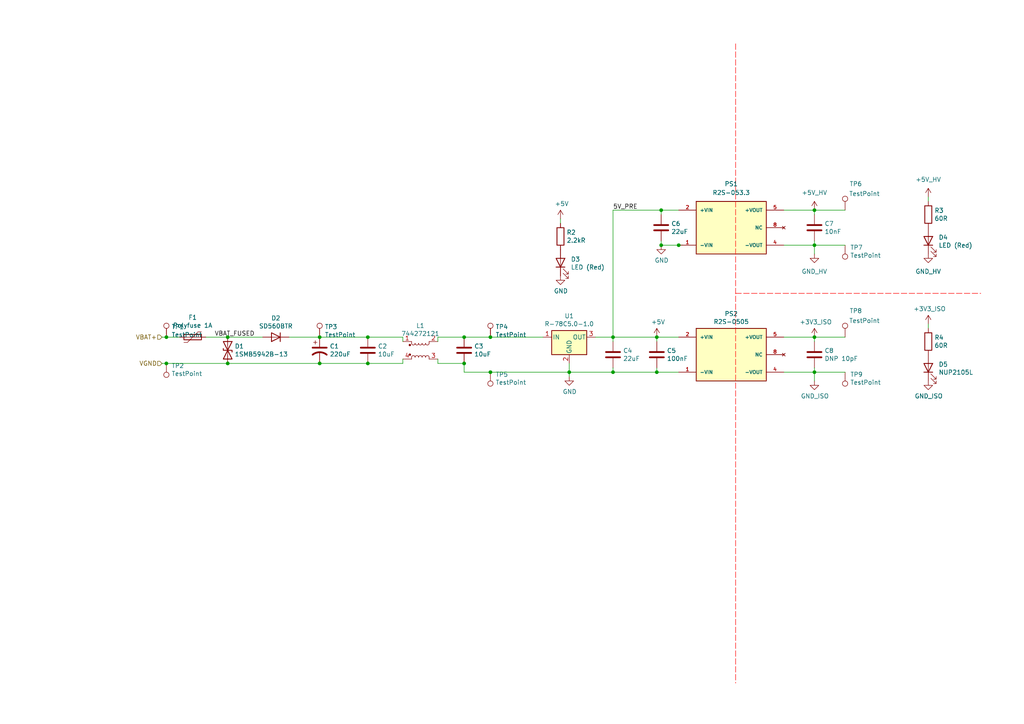
<source format=kicad_sch>
(kicad_sch (version 20211123) (generator eeschema)
  (paper "A4")
  (lib_symbols
    (symbol "+3V3_ISO_1" (power) (pin_names (offset 0))
      (property "Value" "+3V3_ISO_1" (at 0 3.556 0))
      (symbol "+3V3_ISO_1_0_1"
        (polyline (pts (xy -0.762 1.27) (xy 0 2.54)))
        (polyline (pts (xy 0 0) (xy 0 2.54)))
        (polyline (pts (xy 0 2.54) (xy 0.762 1.27)))
      )
      (symbol "+3V3_ISO_1_1_1"
        (pin power_in line (at 0 0 90) (length 0) hide (name "+3V3_ISO") (number "1"))
      )
    )
    (symbol "+3v3_iso:+3V3_ISO" (power) (pin_names (offset 0))
      (property "Value" "+3V3_ISO" (at 0 3.556 0))
      (symbol "+3V3_ISO_0_1"
        (polyline (pts (xy -0.762 1.27) (xy 0 2.54)))
        (polyline (pts (xy 0 0) (xy 0 2.54)))
        (polyline (pts (xy 0 2.54) (xy 0.762 1.27)))
      )
      (symbol "+3V3_ISO_1_1"
        (pin power_in line (at 0 0 90) (length 0) hide (name "+3V3_ISO") (number "1"))
      )
    )
    (symbol "+5v_hv:+5V_HV" (power) (pin_names (offset 0))
      (property "Value" "+5V_HV" (at 0 3.556 0))
      (symbol "+5V_HV_0_1"
        (polyline (pts (xy -0.762 1.27) (xy 0 2.54)))
        (polyline (pts (xy 0 0) (xy 0 2.54)))
        (polyline (pts (xy 0 2.54) (xy 0.762 1.27)))
      )
      (symbol "+5V_HV_1_1"
        (pin power_in line (at 0 0 90) (length 0) hide (name "+5V_HV") (number "1"))
      )
    )
    (symbol "Connector:TestPoint" (pin_numbers hide) (pin_names (offset 0.762) hide)
      (property "Reference" "TP" (at 0 6.858 0))
      (property "Value" "TestPoint" (at 0 5.08 0))
      (symbol "TestPoint_0_1"
        (circle (center 0 3.302) (radius 0.762))
      )
      (symbol "TestPoint_1_1"
        (pin passive line (at 0 0 90) (length 2.54) (name "1") (number "1"))
      )
    )
    (symbol "Device:C" (pin_numbers hide) (pin_names (offset 0.254))
      (property "Reference" "C" (at 0.635 2.54 0))
      (property "Value" "C" (at 0.635 -2.54 0))
      (symbol "C_0_1"
        (polyline (pts (xy -2.032 -0.762) (xy 2.032 -0.762)) (stroke (width 0.508)))
        (polyline (pts (xy -2.032 0.762) (xy 2.032 0.762)) (stroke (width 0.508)))
      )
      (symbol "C_1_1"
        (pin passive line (at 0 3.81 270) (length 2.794) (name "~") (number "1"))
        (pin passive line (at 0 -3.81 90) (length 2.794) (name "~") (number "2"))
      )
    )
    (symbol "Device:C_Polarized_US" (pin_numbers hide) (pin_names (offset 0.254) hide)
      (property "Reference" "C" (at 0.635 2.54 0))
      (property "Value" "C_Polarized_US" (at 0.635 -2.54 0))
      (symbol "C_Polarized_US_0_1"
        (polyline (pts (xy -2.032 0.762) (xy 2.032 0.762)) (stroke (width 0.508)))
        (polyline (pts (xy -1.778 2.286) (xy -0.762 2.286)))
        (polyline (pts (xy -1.27 1.778) (xy -1.27 2.794)))
        (arc (start 2.032 -1.27) (mid 0 -0.5572) (end -2.032 -1.27) (stroke (width 0.508)))
      )
      (symbol "C_Polarized_US_1_1"
        (pin passive line (at 0 3.81 270) (length 2.794) (name "~") (number "1"))
        (pin passive line (at 0 -3.81 90) (length 3.302) (name "~") (number "2"))
      )
    )
    (symbol "Device:D" (pin_numbers hide) (pin_names (offset 1.016) hide)
      (property "Reference" "D" (at 0 2.54 0))
      (property "Value" "D" (at 0 -2.54 0))
      (symbol "D_0_1"
        (polyline (pts (xy -1.27 1.27) (xy -1.27 -1.27)) (stroke (width 0.254)))
        (polyline (pts (xy 1.27 0) (xy -1.27 0)))
        (polyline (pts (xy 1.27 1.27) (xy 1.27 -1.27) (xy -1.27 0) (xy 1.27 1.27)) (stroke (width 0.254)))
      )
      (symbol "D_1_1"
        (pin passive line (at -3.81 0 0) (length 2.54) (name "K") (number "1"))
        (pin passive line (at 3.81 0 180) (length 2.54) (name "A") (number "2"))
      )
    )
    (symbol "Device:D_TVS" (pin_numbers hide) (pin_names (offset 1.016) hide)
      (property "Reference" "D" (at 0 2.54 0))
      (property "Value" "D_TVS" (at 0 -2.54 0))
      (symbol "D_TVS_0_1"
        (polyline (pts (xy 1.27 0) (xy -1.27 0)))
        (polyline (pts (xy 0.508 1.27) (xy 0 1.27) (xy 0 -1.27) (xy -0.508 -1.27)) (stroke (width 0.254)))
        (polyline (pts (xy -2.54 1.27) (xy -2.54 -1.27) (xy 2.54 1.27) (xy 2.54 -1.27) (xy -2.54 1.27)) (stroke (width 0.254)))
      )
      (symbol "D_TVS_1_1"
        (pin passive line (at -3.81 0 0) (length 2.54) (name "A1") (number "1"))
        (pin passive line (at 3.81 0 180) (length 2.54) (name "A2") (number "2"))
      )
    )
    (symbol "Device:LED" (pin_numbers hide) (pin_names (offset 1.016) hide)
      (property "Reference" "D" (at 0 2.54 0))
      (property "Value" "LED" (at 0 -2.54 0))
      (symbol "LED_0_1"
        (polyline (pts (xy -1.27 -1.27) (xy -1.27 1.27)) (stroke (width 0.254)))
        (polyline (pts (xy -1.27 0) (xy 1.27 0)))
        (polyline (pts (xy 1.27 -1.27) (xy 1.27 1.27) (xy -1.27 0) (xy 1.27 -1.27)) (stroke (width 0.254)))
        (polyline (pts (xy -3.048 -0.762) (xy -4.572 -2.286) (xy -3.81 -2.286) (xy -4.572 -2.286) (xy -4.572 -1.524)))
        (polyline (pts (xy -1.778 -0.762) (xy -3.302 -2.286) (xy -2.54 -2.286) (xy -3.302 -2.286) (xy -3.302 -1.524)))
      )
      (symbol "LED_1_1"
        (pin passive line (at -3.81 0 0) (length 2.54) (name "K") (number "1"))
        (pin passive line (at 3.81 0 180) (length 2.54) (name "A") (number "2"))
      )
    )
    (symbol "Device:L_Coupled_1243" (pin_names (offset 0.254) hide)
      (property "Reference" "L" (at 0 4.445 0))
      (property "Value" "L_Coupled_1243" (at 0 -4.445 0))
      (symbol "L_Coupled_1243_0_1"
        (circle (center -3.048 -1.27) (radius 0.254) (fill (type outline)))
        (circle (center -3.048 1.524) (radius 0.254) (fill (type outline)))
        (arc (start -2.54 2.032) (mid -2.032 1.524) (end -1.524 2.032))
        (arc (start -1.524 -2.032) (mid -2.032 -1.524) (end -2.54 -2.032))
        (arc (start -1.524 2.032) (mid -1.016 1.524) (end -0.508 2.032))
        (arc (start -0.508 -2.032) (mid -1.016 -1.524) (end -1.524 -2.032))
        (arc (start -0.508 2.032) (mid 0 1.524) (end 0.508 2.032))
        (polyline (pts (xy -2.54 -2.032) (xy -2.54 -2.54)))
        (polyline (pts (xy -2.54 2.032) (xy -2.54 2.54)))
        (polyline (pts (xy 2.54 -2.032) (xy 2.54 -2.54)))
        (polyline (pts (xy 2.54 2.54) (xy 2.54 2.032)))
        (arc (start 0.508 -2.032) (mid 0 -1.524) (end -0.508 -2.032))
        (arc (start 0.508 2.032) (mid 1.016 1.524) (end 1.524 2.032))
        (arc (start 1.524 -2.032) (mid 1.016 -1.524) (end 0.508 -2.032))
        (arc (start 1.524 2.032) (mid 2.032 1.524) (end 2.54 2.032))
        (arc (start 2.54 -2.032) (mid 2.032 -1.524) (end 1.524 -2.032))
      )
      (symbol "L_Coupled_1243_1_1"
        (pin passive line (at -5.08 2.54 0) (length 2.54) (name "1") (number "1"))
        (pin passive line (at 5.08 2.54 180) (length 2.54) (name "2") (number "2"))
        (pin passive line (at 5.08 -2.54 180) (length 2.54) (name "3") (number "3"))
        (pin passive line (at -5.08 -2.54 0) (length 2.54) (name "4") (number "4"))
      )
    )
    (symbol "Device:Polyfuse" (pin_numbers hide) (pin_names (offset 0))
      (property "Reference" "F" (at -2.54 0 90))
      (property "Value" "Polyfuse" (at 2.54 0 90))
      (symbol "Polyfuse_0_1"
        (rectangle (start -0.762 2.54) (end 0.762 -2.54) (stroke (width 0.254)))
        (polyline (pts (xy 0 2.54) (xy 0 -2.54)))
        (polyline (pts (xy -1.524 2.54) (xy -1.524 1.524) (xy 1.524 -1.524) (xy 1.524 -2.54)))
      )
      (symbol "Polyfuse_1_1"
        (pin passive line (at 0 3.81 270) (length 1.27) (name "~") (number "1"))
        (pin passive line (at 0 -3.81 90) (length 1.27) (name "~") (number "2"))
      )
    )
    (symbol "Device:R" (pin_numbers hide) (pin_names (offset 0))
      (property "Reference" "R" (at 2.032 0 90))
      (property "Value" "R" (at 0 0 90))
      (symbol "R_0_1"
        (rectangle (start -1.016 -2.54) (end 1.016 2.54) (stroke (width 0.254)))
      )
      (symbol "R_1_1"
        (pin passive line (at 0 3.81 270) (length 1.27) (name "~") (number "1"))
        (pin passive line (at 0 -3.81 90) (length 1.27) (name "~") (number "2"))
      )
    )
    (symbol "GND_ISO_1" (power) (pin_names (offset 0))
      (property "Value" "GND_ISO_1" (at 0 -3.81 0))
      (symbol "GND_ISO_1_0_1"
        (polyline (pts (xy 0 0) (xy 0 -1.27) (xy 1.27 -1.27) (xy 0 -2.54) (xy -1.27 -1.27) (xy 0 -1.27)))
      )
      (symbol "GND_ISO_1_1_1"
        (pin power_in line (at 0 0 270) (length 0) hide (name "GND_ISO") (number "1"))
      )
    )
    (symbol "R2S-0505:R2S-0505" (pin_names (offset 1.016))
      (property "Reference" "PS" (at -10.16 8.128 0))
      (property "Value" "R2S-0505" (at -10.16 -10.16 0))
      (symbol "R2S-0505_0_0"
        (rectangle (start -10.16 -7.62) (end 10.16 7.62) (stroke (width 0.254)) (fill (type background)))
        (pin input line (at -15.24 -5.08 0) (length 5.08) (name "-VIN") (number "1"))
        (pin input line (at -15.24 5.08 0) (length 5.08) (name "+VIN") (number "2"))
        (pin output line (at 15.24 -5.08 180) (length 5.08) (name "-VOUT") (number "4"))
        (pin output line (at 15.24 5.08 180) (length 5.08) (name "+VOUT") (number "5"))
        (pin no_connect line (at 15.24 0 180) (length 5.08) (name "NC") (number "8"))
      )
    )
    (symbol "R2S-053.3:R2S-053.3" (pin_names (offset 1.016))
      (property "Reference" "PS" (at -10.16 8.128 0))
      (property "Value" "R2S-053.3" (at -10.16 -10.16 0))
      (symbol "R2S-053.3_0_0"
        (rectangle (start -10.16 -7.62) (end 10.16 7.62) (stroke (width 0.254)) (fill (type background)))
        (pin input line (at -15.24 -5.08 0) (length 5.08) (name "-VIN") (number "1"))
        (pin input line (at -15.24 5.08 0) (length 5.08) (name "+VIN") (number "2"))
        (pin output line (at 15.24 -5.08 180) (length 5.08) (name "-VOUT") (number "4"))
        (pin output line (at 15.24 5.08 180) (length 5.08) (name "+VOUT") (number "5"))
        (pin no_connect line (at 15.24 0 180) (length 5.08) (name "NC") (number "8"))
      )
    )
    (symbol "Regulator_Switching:R-78C5.0-1.0" (pin_names (offset 0.254))
      (property "Reference" "U" (at -3.81 3.175 0))
      (property "Value" "R-78C5.0-1.0" (at 0 3.175 0))
      (symbol "R-78C5.0-1.0_0_1"
        (rectangle (start -5.08 1.905) (end 5.08 -5.08) (stroke (width 0.254)) (fill (type background)))
      )
      (symbol "R-78C5.0-1.0_1_1"
        (pin power_in line (at -7.62 0 0) (length 2.54) (name "IN") (number "1"))
        (pin power_in line (at 0 -7.62 90) (length 2.54) (name "GND") (number "2"))
        (pin power_out line (at 7.62 0 180) (length 2.54) (name "OUT") (number "3"))
      )
    )
    (symbol "gnd_hv:GND_HV" (power) (pin_names (offset 0))
      (property "Value" "GND_HV" (at 0 -3.81 0))
      (symbol "GND_HV_0_1"
        (polyline (pts (xy 0 0) (xy 0 -1.27) (xy 1.27 -1.27) (xy 0 -2.54) (xy -1.27 -1.27) (xy 0 -1.27)))
      )
      (symbol "GND_HV_1_1"
        (pin power_in line (at 0 0 270) (length 0) hide (name "GND_HV") (number "1"))
      )
    )
    (symbol "gnd_iso:GND_ISO" (power) (pin_names (offset 0))
      (property "Value" "GND_ISO" (at 0 -3.81 0))
      (symbol "GND_ISO_0_1"
        (polyline (pts (xy 0 0) (xy 0 -1.27) (xy 1.27 -1.27) (xy 0 -2.54) (xy -1.27 -1.27) (xy 0 -1.27)))
      )
      (symbol "GND_ISO_1_1"
        (pin power_in line (at 0 0 270) (length 0) hide (name "GND_ISO") (number "1"))
      )
    )
    (symbol "power:+5V" (power) (pin_names (offset 0))
      (property "Value" "+5V" (at 0 3.556 0))
      (symbol "+5V_0_1"
        (polyline (pts (xy -0.762 1.27) (xy 0 2.54)))
        (polyline (pts (xy 0 0) (xy 0 2.54)))
        (polyline (pts (xy 0 2.54) (xy 0.762 1.27)))
      )
      (symbol "+5V_1_1"
        (pin power_in line (at 0 0 90) (length 0) hide (name "+5V") (number "1"))
      )
    )
    (symbol "power:GND" (power) (pin_names (offset 0))
      (property "Value" "GND" (at 0 -3.81 0))
      (symbol "GND_0_1"
        (polyline (pts (xy 0 0) (xy 0 -1.27) (xy 1.27 -1.27) (xy 0 -2.54) (xy -1.27 -1.27) (xy 0 -1.27)))
      )
      (symbol "GND_1_1"
        (pin power_in line (at 0 0 270) (length 0) hide (name "GND") (number "1"))
      )
    )
  )
  (junction (at 196.85 71.12))
  (junction (at 106.68 97.79))
  (junction (at 92.71 97.79))
  (junction (at 236.22 71.12))
  (junction (at 191.77 71.12))
  (junction (at 92.71 105.41))
  (junction (at 48.26 97.79))
  (junction (at 134.62 105.41))
  (junction (at 236.22 97.79))
  (junction (at 190.5 107.95))
  (junction (at 142.24 107.95))
  (junction (at 48.26 105.41))
  (junction (at 177.8 107.95))
  (junction (at 165.1 107.95))
  (junction (at 106.68 105.41))
  (junction (at 236.22 60.96))
  (junction (at 236.22 107.95))
  (junction (at 66.04 97.79))
  (junction (at 190.5 97.79))
  (junction (at 142.24 97.79))
  (junction (at 134.62 97.79))
  (junction (at 177.8 97.79))
  (junction (at 191.77 60.96))
  (junction (at 66.04 105.41))
  (wire (pts (xy 48.26 97.79) (xy 52.07 97.79)))
  (wire (pts (xy 66.04 105.41) (xy 48.26 105.41)))
  (wire (pts (xy 269.24 93.98) (xy 269.24 95.25)))
  (wire (pts (xy 236.22 106.68) (xy 236.22 107.95)))
  (wire (pts (xy 245.11 107.95) (xy 236.22 107.95)))
  (wire (pts (xy 165.1 107.95) (xy 177.8 107.95)))
  (wire (pts (xy 165.1 105.41) (xy 165.1 107.95)))
  (wire (pts (xy 177.8 97.79) (xy 177.8 60.96)))
  (wire (pts (xy 191.77 60.96) (xy 191.77 62.23)))
  (wire (pts (xy 116.84 104.14) (xy 116.84 105.41)))
  (wire (pts (xy 196.85 71.12) (xy 191.77 71.12)))
  (wire (pts (xy 92.71 97.79) (xy 106.68 97.79)))
  (wire (pts (xy 191.77 71.12) (xy 191.77 69.85)))
  (wire (pts (xy 177.8 60.96) (xy 191.77 60.96)))
  (wire (pts (xy 236.22 107.95) (xy 236.22 110.49)))
  (wire (pts (xy 48.26 105.41) (xy 46.99 105.41)))
  (wire (pts (xy 134.62 97.79) (xy 127 97.79)))
  (wire (pts (xy 177.8 99.06) (xy 177.8 97.79)))
  (polyline (pts (xy 213.36 12.7) (xy 213.36 198.12)) (stroke (width 0) (color 255 0 0 1)))
  (wire (pts (xy 134.62 107.95) (xy 142.24 107.95)))
  (wire (pts (xy 92.71 105.41) (xy 106.68 105.41)))
  (wire (pts (xy 177.8 97.79) (xy 190.5 97.79)))
  (wire (pts (xy 236.22 97.79) (xy 236.22 99.06)))
  (wire (pts (xy 46.99 97.79) (xy 48.26 97.79)))
  (wire (pts (xy 236.22 60.96) (xy 236.22 62.23)))
  (wire (pts (xy 106.68 105.41) (xy 116.84 105.41)))
  (wire (pts (xy 191.77 60.96) (xy 196.85 60.96)))
  (wire (pts (xy 269.24 57.15) (xy 269.24 58.42)))
  (wire (pts (xy 157.48 97.79) (xy 142.24 97.79)))
  (wire (pts (xy 134.62 105.41) (xy 134.62 107.95)))
  (wire (pts (xy 162.56 63.5) (xy 162.56 64.77)))
  (polyline (pts (xy 213.36 85.09) (xy 284.48 85.09)) (stroke (width 0) (color 255 0 0 1)))
  (wire (pts (xy 236.22 60.96) (xy 245.11 60.96)))
  (wire (pts (xy 190.5 99.06) (xy 190.5 97.79)))
  (wire (pts (xy 190.5 97.79) (xy 196.85 97.79)))
  (wire (pts (xy 59.69 97.79) (xy 66.04 97.79)))
  (wire (pts (xy 245.11 71.12) (xy 236.22 71.12)))
  (wire (pts (xy 83.82 97.79) (xy 92.71 97.79)))
  (wire (pts (xy 127 104.14) (xy 127 105.41)))
  (wire (pts (xy 236.22 97.79) (xy 245.11 97.79)))
  (wire (pts (xy 177.8 107.95) (xy 177.8 106.68)))
  (wire (pts (xy 127 97.79) (xy 127 99.06)))
  (wire (pts (xy 227.33 71.12) (xy 236.22 71.12)))
  (wire (pts (xy 236.22 71.12) (xy 236.22 73.66)))
  (wire (pts (xy 76.2 97.79) (xy 66.04 97.79)))
  (wire (pts (xy 172.72 97.79) (xy 177.8 97.79)))
  (wire (pts (xy 190.5 107.95) (xy 196.85 107.95)))
  (wire (pts (xy 236.22 69.85) (xy 236.22 71.12)))
  (wire (pts (xy 165.1 109.22) (xy 165.1 107.95)))
  (wire (pts (xy 190.5 106.68) (xy 190.5 107.95)))
  (wire (pts (xy 236.22 97.79) (xy 227.33 97.79)))
  (wire (pts (xy 116.84 97.79) (xy 116.84 99.06)))
  (wire (pts (xy 142.24 97.79) (xy 134.62 97.79)))
  (wire (pts (xy 236.22 60.96) (xy 227.33 60.96)))
  (wire (pts (xy 127 105.41) (xy 134.62 105.41)))
  (wire (pts (xy 116.84 97.79) (xy 106.68 97.79)))
  (wire (pts (xy 66.04 105.41) (xy 92.71 105.41)))
  (wire (pts (xy 190.5 107.95) (xy 177.8 107.95)))
  (wire (pts (xy 142.24 107.95) (xy 165.1 107.95)))
  (wire (pts (xy 227.33 107.95) (xy 236.22 107.95)))
  (wire (pts (xy 198.12 71.12) (xy 196.85 71.12)))
  (label "5V_PRE" (at 177.8 60.96 0))
  (label "VBAT_FUSED" (at 62.23 97.79 0))
  (hierarchical_label "VBAT+" (shape input) (at 46.99 97.79 180))
  (hierarchical_label "VGND" (shape input) (at 46.99 105.41 180))
  (symbol (lib_id "+3v3_iso:+3V3_ISO") (at 236.22 97.79 0) (unit 1)
    (property "Reference" "#PWR09" (effects hide))
    (property "Value" "+3V3_ISO" (at 236.601 93.3958 0))
  )
  (symbol (lib_name "GND_ISO_1") (lib_id "gnd_iso:GND_ISO") (at 236.22 110.49 0) (unit 1)
    (property "Reference" "#PWR010" (effects hide))
    (property "Value" "GND_ISO" (at 236.347 114.8842 0))
  )
  (symbol (lib_id "gnd_iso:GND_ISO") (at 269.24 110.49 0) (unit 1)
    (property "Reference" "#PWR014" (effects hide))
    (property "Value" "GND_ISO" (at 269.367 114.8842 0))
  )
  (symbol (lib_id "Regulator_Switching:R-78C5.0-1.0") (at 165.1 97.79 0) (unit 1)
    (property "Reference" "U1" (at 165.1 91.6432 0))
    (property "Value" "R-78C5.0-1.0" (at 165.1 93.9546 0))
    (property "Footprint" "Converter_DCDC:Converter_DCDC_RECOM_R-78E-0.5_THT" (effects hide))
    (property "Datasheet" "https://www.recom-power.com/pdf/Innoline/R-78Cxx-1.0.pdf" (effects hide))
    (property "Part Number" "R-78C5.0-1.0" (effects hide))
    (property "Manufacturer" "RECOM" (effects hide))
    (property "Mouser Part Number" "919-R-78C5.0-1.0" (effects hide))
    (property "Mouser URL" "https://au.mouser.com/ProductDetail/RECOM-Power/R-78C50-10?qs=sGAEpiMZZMs7Ab1RACNF3AuU4LGLjBGD4EiimKouwhs%3D" (effects hide))
  )
  (symbol (lib_id "R2S-053.3:R2S-053.3") (at 212.09 102.87 0) (unit 1)
    (property "Reference" "PS2" (at 212.09 91.0082 0))
    (property "Value" "R2S-0505" (at 212.09 93.3196 0))
    (property "Footprint" "R2S-0505:CONV_R2S-0505" (effects hide))
    (property "Manufacturer" "RECOM" (effects hide))
    (property "Mouser Part Number" "919-R2S-053.3" (effects hide))
    (property "Mouser URL" "https://au.mouser.com/ProductDetail/RECOM-Power/R2S-0533?qs=XF8hdbuHJAU8%2FoDdSFUU9w%3D%3D" (effects hide))
    (property "Part Number" "919-R2S-053.3" (effects hide))
  )
  (symbol (lib_id "Device:L_Coupled_1243") (at 121.92 101.6 0) (unit 1)
    (property "Reference" "L1" (at 121.92 94.4626 0))
    (property "Value" "744272121" (at 121.92 96.774 0))
    (property "Footprint" "Inductor_SMD:L_CommonModeChoke_Wuerth_WE-SL5" (effects hide))
    (property "Part Number" "744272121" (effects hide))
    (property "Manufacturer" "Wurth" (effects hide))
    (property "Mouser Part Number" "710-744272121" (effects hide))
    (property "Mouser URL" "https://au.mouser.com/ProductDetail/Wurth-Elektronik/744272121?qs=PGXP4M47uW7bXHmb3ZYlsQ%3D%3D" (effects hide))
  )
  (symbol (lib_id "Device:C") (at 236.22 102.87 0) (unit 1)
    (property "Reference" "C8" (at 239.141 101.7016 0) (effects (justify left)))
    (property "Value" "DNP 10pF" (at 239.141 104.013 0) (effects (justify left)))
    (property "Footprint" "Capacitor_SMD:C_0603_1608Metric_Pad1.08x0.95mm_HandSolder" (effects hide))
    (property "Part Number" "-" (effects hide))
    (property "Manufacturer" "-" (effects hide))
  )
  (symbol (lib_id "Device:C") (at 177.8 102.87 0) (unit 1)
    (property "Reference" "C4" (at 180.721 101.7016 0) (effects (justify left)))
    (property "Value" "22uF" (at 180.721 104.013 0) (effects (justify left)))
    (property "Footprint" "Capacitor_SMD:C_0805_2012Metric_Pad1.18x1.45mm_HandSolder" (effects hide))
    (property "Part Number" "-" (effects hide))
    (property "Manufacturer" "-" (effects hide))
  )
  (symbol (lib_id "Device:C") (at 190.5 102.87 0) (unit 1)
    (property "Reference" "C5" (at 193.421 101.7016 0) (effects (justify left)))
    (property "Value" "100nF" (at 193.421 104.013 0) (effects (justify left)))
    (property "Footprint" "Capacitor_SMD:C_0805_2012Metric_Pad1.18x1.45mm_HandSolder" (effects hide))
    (property "Part Number" "-" (effects hide))
    (property "Manufacturer" "-" (effects hide))
  )
  (symbol (lib_id "Device:C") (at 106.68 101.6 0) (unit 1)
    (property "Reference" "C2" (at 109.601 100.4316 0) (effects (justify left)))
    (property "Value" "10uF" (at 109.601 102.743 0) (effects (justify left)))
    (property "Footprint" "Capacitor_SMD:C_0805_2012Metric_Pad1.18x1.45mm_HandSolder" (effects hide))
    (property "Part Number" "-" (effects hide))
    (property "Manufacturer" "-" (effects hide))
  )
  (symbol (lib_id "Device:C_Polarized_US") (at 92.71 101.6 0) (unit 1)
    (property "Reference" "C1" (at 95.631 100.4316 0) (effects (justify left)))
    (property "Value" "220uF" (at 95.631 102.743 0) (effects (justify left)))
    (property "Footprint" "Capacitor_SMD:CP_Elec_10x12.5" (effects hide))
    (property "Part Number" "MAL214699106E3" (effects hide))
    (property "Manufacturer" "Vishay" (effects hide))
    (property "Mouser Part Number" "594-MAL214699106E3" (effects hide))
    (property "Mouser URL" "https://au.mouser.com/ProductDetail/Vishay-BC-Components/MAL214699106E3?qs=sGAEpiMZZMtZ661ya8CuXbh6ajJyr6ISA0VT%252B8eqkqw%3D" (effects hide))
  )
  (symbol (lib_id "Device:C") (at 134.62 101.6 0) (unit 1)
    (property "Reference" "C3" (at 137.541 100.4316 0) (effects (justify left)))
    (property "Value" "10uF" (at 137.541 102.743 0) (effects (justify left)))
    (property "Footprint" "Capacitor_SMD:C_0805_2012Metric_Pad1.18x1.45mm_HandSolder" (effects hide))
    (property "Part Number" "-" (effects hide))
    (property "Manufacturer" "-" (effects hide))
  )
  (symbol (lib_id "power:GND") (at 165.1 109.22 0) (unit 1)
    (property "Reference" "#PWR04" (effects hide))
    (property "Value" "GND" (at 165.227 113.6142 0))
  )
  (symbol (lib_id "Device:D_TVS") (at 66.04 101.6 270) (unit 1)
    (property "Reference" "D1" (at 68.072 100.4316 90) (effects (justify left)))
    (property "Value" "1SMB5942B-13" (at 68.072 102.743 90) (effects (justify left)))
    (property "Footprint" "Diode_SMD:D_SMB_Handsoldering" (effects hide))
    (property "Part Number" "1SMB5942B-13" (effects hide))
    (property "Manufacturer" "Diodes Inc" (effects hide))
    (property "Mouser Part Number" "621-1SMB5942B-13" (effects hide))
    (property "Mouser URL" "https://au.mouser.com/ProductDetail/Diodes-Incorporated/1SMB5942B-13?qs=uwKJARvjadMY8LI4ZfMqKA%3D%3D" (effects hide))
  )
  (symbol (lib_id "Device:D") (at 80.01 97.79 180) (unit 1)
    (property "Reference" "D2" (at 80.01 92.2782 0))
    (property "Value" "SD560BTR" (at 80.01 94.5896 0))
    (property "Footprint" "Diode_SMD:D_SMB_Handsoldering" (effects hide))
    (property "Part Number" "SD560BTR" (effects hide))
    (property "Manufacturer" "SMC Diode Solutions" (effects hide))
    (property "Mouser Part Number" "NOT AVAILABLE!" (effects hide))
    (property "Mouser URL" "NOT AVAILABLE!" (effects hide))
  )
  (symbol (lib_id "Device:Polyfuse") (at 55.88 97.79 90) (unit 1)
    (property "Reference" "F1" (at 55.88 92.075 90))
    (property "Value" "Polyfuse 1A" (at 55.88 94.3864 90))
    (property "Footprint" "Fuse:Fuse_2920_7451Metric_Pad2.10x5.45mm_HandSolder" (effects hide))
    (property "Part Number" "0ZCF0100AF2A" (effects hide))
    (property "Manufacturer" "Littelfuse" (effects hide))
    (property "Mouser Part Number" "530-0ZCF0100AF2A" (effects hide))
    (property "Mouser URL" "https://au.mouser.com/ProductDetail/Bel-Fuse/0ZCF0100AF2A?qs=sGAEpiMZZMvShe%252BZiYheisCiVCQm%2FacC38BFZwxSYiI%3D" (effects hide))
  )
  (symbol (lib_id "Device:R") (at 269.24 99.06 0) (unit 1)
    (property "Reference" "R4" (at 271.018 97.8916 0) (effects (justify left)))
    (property "Value" "60R" (at 271.018 100.203 0) (effects (justify left)))
    (property "Footprint" "Resistor_SMD:R_0805_2012Metric_Pad1.20x1.40mm_HandSolder" (effects hide))
    (property "Part Number" "-" (effects hide))
    (property "Manufacturer" "-" (effects hide))
  )
  (symbol (lib_id "Device:R") (at 162.56 68.58 0) (unit 1)
    (property "Reference" "R2" (at 164.338 67.4116 0) (effects (justify left)))
    (property "Value" "2.2kR" (at 164.338 69.723 0) (effects (justify left)))
    (property "Footprint" "Resistor_SMD:R_0603_1608Metric_Pad0.98x0.95mm_HandSolder" (effects hide))
    (property "Part Number" "-" (effects hide))
    (property "Manufacturer" "-" (effects hide))
  )
  (symbol (lib_id "Device:LED") (at 162.56 76.2 90) (unit 1)
    (property "Reference" "D3" (at 165.5572 75.2094 90) (effects (justify right)))
    (property "Value" "LED (Red)" (at 165.5572 77.5208 90) (effects (justify right)))
    (property "Footprint" "LED_SMD:LED_0805_2012Metric_Pad1.15x1.40mm_HandSolder" (effects hide))
    (property "Manufacturer" "AMS OSRAM" (effects hide))
    (property "Mouser Part Number" "720-LSR976-NR-1" (effects hide))
    (property "Mouser URL" "https://au.mouser.com/ProductDetail/ams-OSRAM/LS-R976-NR-1-0-20-R18?qs=sGAEpiMZZMt82OzCyDsLFGbrp1fQkD8H8bij58Oys9s%3D" (effects hide))
    (property "Part Number" "LS R976-NR-1-0-20-R18" (effects hide))
  )
  (symbol (lib_id "power:GND") (at 162.56 80.01 0) (unit 1)
    (property "Reference" "#PWR03" (effects hide))
    (property "Value" "GND" (at 162.687 84.4042 0))
  )
  (symbol (lib_id "Connector:TestPoint") (at 142.24 97.79 0) (unit 1)
    (property "Reference" "TP4" (at 143.7132 94.7928 0) (effects (justify left)))
    (property "Value" "TestPoint" (at 143.7132 97.1042 0) (effects (justify left)))
    (property "Footprint" "custom:TestPoint_Pad_D1.0mm" (effects hide))
    (property "Part Number" "-" (effects hide))
    (property "Manufacturer" "-" (effects hide))
    (property "Mouser Part Number" "-" (effects hide))
    (property "Mouser URL" "-" (effects hide))
  )
  (symbol (lib_id "Connector:TestPoint") (at 92.71 97.79 0) (unit 1)
    (property "Reference" "TP3" (at 94.1832 94.7928 0) (effects (justify left)))
    (property "Value" "TestPoint" (at 94.1832 97.1042 0) (effects (justify left)))
    (property "Footprint" "custom:TestPoint_Pad_D1.0mm" (effects hide))
    (property "Part Number" "-" (effects hide))
    (property "Manufacturer" "-" (effects hide))
    (property "Mouser Part Number" "-" (effects hide))
    (property "Mouser URL" "-" (effects hide))
  )
  (symbol (lib_id "Connector:TestPoint") (at 48.26 97.79 0) (unit 1)
    (property "Reference" "TP1" (at 49.7332 94.7928 0) (effects (justify left)))
    (property "Value" "TestPoint" (at 49.7332 97.1042 0) (effects (justify left)))
    (property "Footprint" "custom:TestPoint_Pad_D1.0mm" (effects hide))
    (property "Part Number" "-" (effects hide))
    (property "Manufacturer" "-" (effects hide))
    (property "Mouser Part Number" "-" (effects hide))
    (property "Mouser URL" "-" (effects hide))
  )
  (symbol (lib_id "Connector:TestPoint") (at 48.26 105.41 180) (unit 1)
    (property "Reference" "TP2" (at 49.7332 106.0704 0) (effects (justify right)))
    (property "Value" "TestPoint" (at 49.7332 108.3818 0) (effects (justify right)))
    (property "Footprint" "custom:TestPoint_Pad_D1.0mm" (effects hide))
    (property "Part Number" "-" (effects hide))
    (property "Manufacturer" "-" (effects hide))
    (property "Mouser Part Number" "-" (effects hide))
    (property "Mouser URL" "-" (effects hide))
  )
  (symbol (lib_id "Connector:TestPoint") (at 142.24 107.95 180) (unit 1)
    (property "Reference" "TP5" (at 143.7132 108.6104 0) (effects (justify right)))
    (property "Value" "TestPoint" (at 143.7132 110.9218 0) (effects (justify right)))
    (property "Footprint" "custom:TestPoint_Pad_D1.0mm" (effects hide))
    (property "Part Number" "-" (effects hide))
    (property "Manufacturer" "-" (effects hide))
    (property "Mouser Part Number" "-" (effects hide))
    (property "Mouser URL" "-" (effects hide))
  )
  (symbol (lib_id "Connector:TestPoint") (at 245.11 97.79 0) (unit 1)
    (property "Reference" "TP8" (at 246.38 90.17 0) (effects (justify left)))
    (property "Value" "TestPoint" (at 246.253 93.0148 0) (effects (justify left)))
    (property "Footprint" "custom:TestPoint_Pad_D1.0mm" (effects hide))
    (property "Part Number" "-" (effects hide))
    (property "Manufacturer" "-" (effects hide))
    (property "Mouser Part Number" "-" (effects hide))
    (property "Mouser URL" "-" (effects hide))
  )
  (symbol (lib_id "Connector:TestPoint") (at 245.11 107.95 180) (unit 1)
    (property "Reference" "TP9" (at 246.5832 108.6104 0) (effects (justify right)))
    (property "Value" "TestPoint" (at 246.5832 110.9218 0) (effects (justify right)))
    (property "Footprint" "custom:TestPoint_Pad_D1.0mm" (effects hide))
    (property "Part Number" "-" (effects hide))
    (property "Manufacturer" "-" (effects hide))
    (property "Mouser Part Number" "-" (effects hide))
    (property "Mouser URL" "-" (effects hide))
  )
  (symbol (lib_id "power:+5V") (at 190.5 97.79 0) (unit 1)
    (property "Reference" "#PWR05" (effects hide))
    (property "Value" "+5V" (at 190.881 93.3958 0))
  )
  (symbol (lib_id "power:+5V") (at 162.56 63.5 0) (unit 1)
    (property "Reference" "#PWR02" (effects hide))
    (property "Value" "+5V" (at 162.941 59.1058 0))
  )
  (symbol (lib_id "Device:LED") (at 269.24 106.68 90) (unit 1)
    (property "Reference" "D5" (at 272.2372 105.6894 90) (effects (justify right)))
    (property "Value" "NUP2105L" (at 272.2372 108.0008 90) (effects (justify right)))
    (property "Footprint" "Package_TO_SOT_SMD:SOT-23" (effects hide))
    (property "Manufacturer" "AMS OSRAM" (effects hide))
    (property "Mouser Part Number" "720-LSR976-NR-1" (effects hide))
    (property "Mouser URL" "https://au.mouser.com/ProductDetail/ams-OSRAM/LS-R976-NR-1-0-20-R18?qs=sGAEpiMZZMt82OzCyDsLFGbrp1fQkD8H8bij58Oys9s%3D" (effects hide))
    (property "Part Number" "LS R976-NR-1-0-20-R18" (effects hide))
  )
  (symbol (lib_id "+5v_hv:+5V_HV") (at 269.24 57.15 0) (unit 1)
    (property "Reference" "#PWR011" (effects hide))
    (property "Value" "+5V_HV" (at 269.24 52.07 0))
  )
  (symbol (lib_id "power:GND") (at 191.77 71.12 0) (unit 1)
    (property "Reference" "#PWR06" (effects hide))
    (property "Value" "GND" (at 191.897 75.5142 0))
  )
  (symbol (lib_id "Device:C") (at 191.77 66.04 0) (unit 1)
    (property "Reference" "C6" (at 194.691 64.8716 0) (effects (justify left)))
    (property "Value" "22uF" (at 194.691 67.183 0) (effects (justify left)))
    (property "Footprint" "Capacitor_SMD:C_0805_2012Metric_Pad1.18x1.45mm_HandSolder" (effects hide))
    (property "Part Number" "-" (effects hide))
    (property "Manufacturer" "-" (effects hide))
  )
  (symbol (lib_id "R2S-0505:R2S-0505") (at 212.09 66.04 0) (unit 1)
    (property "Reference" "PS1" (at 212.09 53.34 0))
    (property "Value" "R2S-053.3" (at 212.09 55.88 0))
    (property "Footprint" "R2S-053.3:CONV_R2S-053.3" (effects hide))
    (property "Manufacturer" "-" (effects hide))
  )
  (symbol (lib_id "gnd_hv:GND_HV") (at 236.22 73.66 0) (unit 1)
    (property "Reference" "#PWR08" (effects hide))
    (property "Value" "GND_HV" (at 236.22 78.74 0))
  )
  (symbol (lib_id "Device:C") (at 236.22 66.04 0) (unit 1)
    (property "Reference" "C7" (at 239.141 64.8716 0) (effects (justify left)))
    (property "Value" "10nF" (at 239.141 67.183 0) (effects (justify left)))
    (property "Footprint" "Capacitor_SMD:C_0603_1608Metric_Pad1.08x0.95mm_HandSolder" (effects hide))
    (property "Part Number" "-" (effects hide))
    (property "Manufacturer" "-" (effects hide))
  )
  (symbol (lib_id "Device:LED") (at 269.24 69.85 90) (unit 1)
    (property "Reference" "D4" (at 272.2372 68.8594 90) (effects (justify right)))
    (property "Value" "LED (Red)" (at 272.2372 71.1708 90) (effects (justify right)))
    (property "Footprint" "LED_SMD:LED_0805_2012Metric_Pad1.15x1.40mm_HandSolder" (effects hide))
    (property "Manufacturer" "AMS OSRAM" (effects hide))
    (property "Mouser Part Number" "720-LSR976-NR-1" (effects hide))
    (property "Mouser URL" "https://au.mouser.com/ProductDetail/ams-OSRAM/LS-R976-NR-1-0-20-R18?qs=sGAEpiMZZMt82OzCyDsLFGbrp1fQkD8H8bij58Oys9s%3D" (effects hide))
    (property "Part Number" "LS R976-NR-1-0-20-R18" (effects hide))
  )
  (symbol (lib_id "Device:R") (at 269.24 62.23 0) (unit 1)
    (property "Reference" "R3" (at 271.018 61.0616 0) (effects (justify left)))
    (property "Value" "60R" (at 271.018 63.373 0) (effects (justify left)))
    (property "Footprint" "Resistor_SMD:R_0805_2012Metric_Pad1.20x1.40mm_HandSolder" (effects hide))
    (property "Part Number" "-" (effects hide))
    (property "Manufacturer" "-" (effects hide))
  )
  (symbol (lib_id "gnd_hv:GND_HV") (at 269.24 73.66 0) (unit 1)
    (property "Reference" "#PWR012" (effects hide))
    (property "Value" "GND_HV" (at 269.24 78.74 0))
  )
  (symbol (lib_id "+5v_hv:+5V_HV") (at 236.22 60.96 0) (unit 1)
    (property "Reference" "#PWR07" (effects hide))
    (property "Value" "+5V_HV" (at 236.22 55.88 0))
  )
  (symbol (lib_id "Connector:TestPoint") (at 245.11 60.96 0) (unit 1)
    (property "Reference" "TP6" (at 246.38 53.34 0) (effects (justify left)))
    (property "Value" "TestPoint" (at 246.253 56.1848 0) (effects (justify left)))
    (property "Footprint" "custom:TestPoint_Pad_D1.0mm" (effects hide))
    (property "Part Number" "-" (effects hide))
    (property "Manufacturer" "-" (effects hide))
    (property "Mouser Part Number" "-" (effects hide))
    (property "Mouser URL" "-" (effects hide))
  )
  (symbol (lib_id "Connector:TestPoint") (at 245.11 71.12 180) (unit 1)
    (property "Reference" "TP7" (at 246.5832 71.7804 0) (effects (justify right)))
    (property "Value" "TestPoint" (at 246.5832 74.0918 0) (effects (justify right)))
    (property "Footprint" "custom:TestPoint_Pad_D1.0mm" (effects hide))
    (property "Part Number" "-" (effects hide))
    (property "Manufacturer" "-" (effects hide))
    (property "Mouser Part Number" "-" (effects hide))
    (property "Mouser URL" "-" (effects hide))
  )
  (symbol (lib_name "+3V3_ISO_1") (lib_id "+3v3_iso:+3V3_ISO") (at 269.24 93.98 0) (unit 1)
    (property "Reference" "#PWR013" (effects hide))
    (property "Value" "+3V3_ISO" (at 269.621 89.5858 0))
  )
)
</source>
